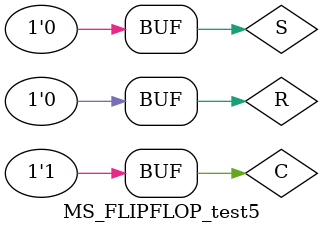
<source format=v>
`timescale 1ns / 1ps
module MS_FLIPFLOP_test5 ();
  reg C, S, R;
  wire Q, Q_N;
  MS_FLIPFLOP test5 (
      S,
      R,
      C,
      Q,
      Q_N
  );
  initial begin
    R = 1;
    S = 0;
    #50;
    R = 0;
    S = 1;
    #50 R = 0;
    S = 0;
    #5;
    R = 1;
    S = 0;
    #5;
    R = 0;
    S = 0;
    #40;
    R = 0;
    S = 1;
    #50;
    R = 1;
    S = 0;
    #50;
    R = 0;
    S = 0;
    #50;
  end
  always begin
    C = 0;
    #20;
    C = 1;
    #20;
  end

endmodule

</source>
